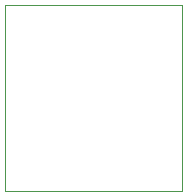
<source format=gbr>
G04 (created by PCBNEW (2013-07-07 BZR 4022)-stable) date 8/11/2015 3:54:45 PM*
%MOIN*%
G04 Gerber Fmt 3.4, Leading zero omitted, Abs format*
%FSLAX34Y34*%
G01*
G70*
G90*
G04 APERTURE LIST*
%ADD10C,0.00590551*%
%ADD11C,0.00393701*%
G04 APERTURE END LIST*
G54D10*
G54D11*
X75787Y-53641D02*
X75885Y-53641D01*
X75787Y-59842D02*
X75787Y-53641D01*
X81692Y-59842D02*
X75787Y-59842D01*
X81692Y-53641D02*
X81692Y-59842D01*
X75885Y-53641D02*
X81692Y-53641D01*
M02*

</source>
